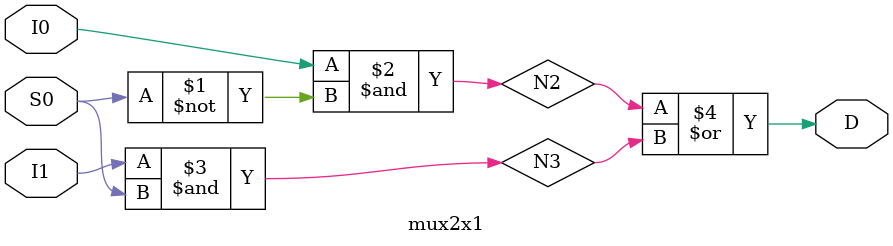
<source format=v>
`timescale 1 ns/1 ns

module mux2x1(I1, I0, S0, D);
  
  input I1, I0, S0;
  output D;
    
   wire  N2, N3;
	
   and and1(N2, I0,~S0);
   and and2(N3, I1, S0);
   or or1(D, N2, N3);   
  
endmodule



</source>
